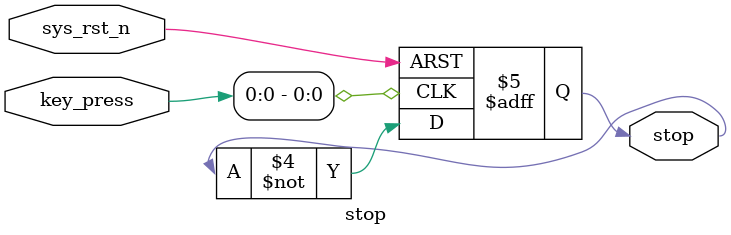
<source format=v>


module stop(
input wire[3:0] key_press,
input sys_rst_n,
output reg stop
);
wire stop_signal=~key_press[0];
always@(posedge stop_signal or negedge sys_rst_n)
begin
    if(!sys_rst_n)
    begin
        stop<=1'b1;
    end
    else
    begin
        stop<=~stop;
    end
end
endmodule

</source>
